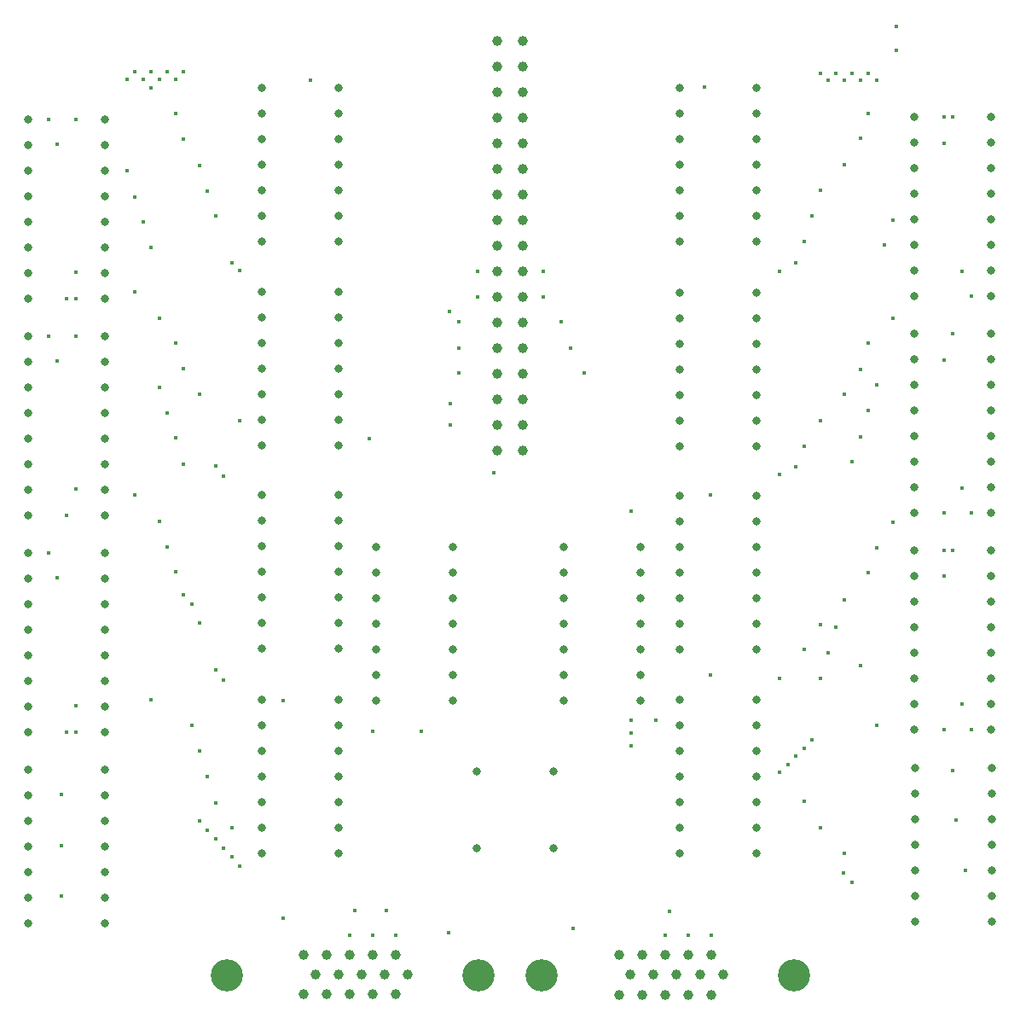
<source format=gbr>
%TF.GenerationSoftware,KiCad,Pcbnew,(6.0.5)*%
%TF.CreationDate,2022-10-16T21:35:56+03:00*%
%TF.ProjectId,VGA_SCREENSYNC,5647415f-5343-4524-9545-4e53594e432e,rev?*%
%TF.SameCoordinates,Original*%
%TF.FileFunction,Plated,1,2,PTH,Drill*%
%TF.FilePolarity,Positive*%
%FSLAX46Y46*%
G04 Gerber Fmt 4.6, Leading zero omitted, Abs format (unit mm)*
G04 Created by KiCad (PCBNEW (6.0.5)) date 2022-10-16 21:35:56*
%MOMM*%
%LPD*%
G01*
G04 APERTURE LIST*
%TA.AperFunction,ViaDrill*%
%ADD10C,0.400000*%
%TD*%
%TA.AperFunction,ComponentDrill*%
%ADD11C,0.800000*%
%TD*%
%TA.AperFunction,ComponentDrill*%
%ADD12C,1.000000*%
%TD*%
%TA.AperFunction,ComponentDrill*%
%ADD13C,3.200000*%
%TD*%
G04 APERTURE END LIST*
D10*
X52500000Y-52560000D03*
X52500000Y-74060000D03*
X52500000Y-95560000D03*
X53400000Y-55060000D03*
X53400000Y-76560000D03*
X53400000Y-98060000D03*
X53800000Y-119560000D03*
X53800000Y-124660000D03*
X53800000Y-129660000D03*
X54300000Y-70360000D03*
X54300000Y-91860000D03*
X54300000Y-113360000D03*
X55200000Y-52560000D03*
X55200000Y-67760000D03*
X55200000Y-70360000D03*
X55200000Y-74060000D03*
X55200000Y-89260000D03*
X55200000Y-110760000D03*
X55200000Y-113360000D03*
X60300000Y-48560000D03*
X60300000Y-57660000D03*
X61100000Y-47860000D03*
X61100000Y-60260000D03*
X61100000Y-69660000D03*
X61100000Y-89860000D03*
X61900000Y-48560000D03*
X61900000Y-62760000D03*
X62700000Y-47860000D03*
X62700000Y-49460000D03*
X62700000Y-65260000D03*
X62700000Y-110160000D03*
X63500000Y-48560000D03*
X63500000Y-72260000D03*
X63500000Y-79160000D03*
X63500000Y-92460000D03*
X64300000Y-47860000D03*
X64300000Y-81660000D03*
X64300000Y-94960000D03*
X65100000Y-48560000D03*
X65100000Y-51960000D03*
X65100000Y-74760000D03*
X65100000Y-84160000D03*
X65100000Y-97460000D03*
X65900000Y-47860000D03*
X65900000Y-54560000D03*
X65900000Y-77260000D03*
X65900000Y-86760000D03*
X65900000Y-99760000D03*
X66700000Y-100660000D03*
X66700000Y-112660000D03*
X67500000Y-57160000D03*
X67500000Y-79860000D03*
X67500000Y-102560000D03*
X67500000Y-115260000D03*
X67500000Y-122160000D03*
X68300000Y-59660000D03*
X68300000Y-117760000D03*
X68300000Y-123060000D03*
X69100000Y-62160000D03*
X69100000Y-86960000D03*
X69100000Y-107160000D03*
X69100000Y-120360000D03*
X69100000Y-123960000D03*
X69900000Y-87960000D03*
X69900000Y-108160000D03*
X69900000Y-124860000D03*
X70700000Y-66760000D03*
X70700000Y-122860000D03*
X70700000Y-125760000D03*
X71500000Y-67560000D03*
X71500000Y-82460000D03*
X71500000Y-126660000D03*
X75800000Y-110250000D03*
X75810000Y-131850000D03*
X78510000Y-48650000D03*
X82430000Y-133550000D03*
X82910000Y-131050000D03*
X84310000Y-84250000D03*
X84710000Y-113250000D03*
X84710000Y-133550000D03*
X86010000Y-131050000D03*
X87010000Y-133550000D03*
X89510000Y-113250000D03*
X92210000Y-133250000D03*
X92310000Y-71650000D03*
X92410000Y-80750000D03*
X92410000Y-82850000D03*
X93210000Y-72650000D03*
X93210000Y-75250000D03*
X93210000Y-77750000D03*
X95110000Y-67650000D03*
X95110000Y-70150000D03*
X96710000Y-87650000D03*
X101610000Y-67650000D03*
X101610000Y-70150000D03*
X103410000Y-72650000D03*
X104310000Y-75250000D03*
X104610000Y-132850000D03*
X105710000Y-77750000D03*
X110310000Y-91450000D03*
X110310000Y-112150000D03*
X110310000Y-113450000D03*
X110310000Y-114750000D03*
X112810000Y-112150000D03*
X113725000Y-133550000D03*
X114110000Y-131150000D03*
X116015000Y-133550000D03*
X117610000Y-49350000D03*
X118210000Y-89850000D03*
X118210000Y-107650000D03*
X118310000Y-133550000D03*
X125100000Y-67660000D03*
X125100000Y-87760000D03*
X125100000Y-108060000D03*
X125100000Y-117360000D03*
X125900000Y-116560000D03*
X126700000Y-66760000D03*
X126700000Y-87060000D03*
X126700000Y-115760000D03*
X127500000Y-64660000D03*
X127500000Y-84960000D03*
X127500000Y-105160000D03*
X127500000Y-114960000D03*
X127500000Y-120260000D03*
X128300000Y-62160000D03*
X128300000Y-114160000D03*
X129100000Y-47960000D03*
X129100000Y-59560000D03*
X129100000Y-82460000D03*
X129100000Y-102660000D03*
X129100000Y-108030000D03*
X129100000Y-122860000D03*
X129900000Y-48660000D03*
X129900000Y-105530000D03*
X130700000Y-47960000D03*
X130700000Y-102930000D03*
X131400000Y-127360000D03*
X131500000Y-48660000D03*
X131500000Y-57060000D03*
X131500000Y-79860000D03*
X131500000Y-100260000D03*
X131500000Y-125360000D03*
X132300000Y-47960000D03*
X132300000Y-86530000D03*
X132300000Y-128260000D03*
X133100000Y-48660000D03*
X133100000Y-54460000D03*
X133100000Y-77360000D03*
X133100000Y-84030000D03*
X133100000Y-106760000D03*
X133900000Y-47960000D03*
X133900000Y-51960000D03*
X133900000Y-74760000D03*
X133900000Y-81430000D03*
X133900000Y-97560000D03*
X134700000Y-48660000D03*
X134700000Y-78930000D03*
X134700000Y-95060000D03*
X134700000Y-112660000D03*
X135500000Y-65030000D03*
X136300000Y-62530000D03*
X136300000Y-72260000D03*
X136300000Y-92560000D03*
X136710000Y-43350000D03*
X136710000Y-45750000D03*
X141400000Y-52310000D03*
X141400000Y-54910000D03*
X141400000Y-76410000D03*
X141400000Y-91610000D03*
X141400000Y-95310000D03*
X141400000Y-97910000D03*
X141400000Y-113110000D03*
X142300000Y-52310000D03*
X142300000Y-73810000D03*
X142300000Y-95310000D03*
X142300000Y-117140000D03*
X142610000Y-122050000D03*
X143200000Y-67610000D03*
X143200000Y-89110000D03*
X143200000Y-110610000D03*
X143510000Y-127060000D03*
X144100000Y-70110000D03*
X144100000Y-91610000D03*
X144100000Y-113110000D03*
D11*
%TO.C,74LS161*%
X50500000Y-52560000D03*
X50500000Y-55100000D03*
X50500000Y-57640000D03*
X50500000Y-60180000D03*
X50500000Y-62720000D03*
X50500000Y-65260000D03*
X50500000Y-67800000D03*
X50500000Y-70340000D03*
X50500000Y-74060000D03*
X50500000Y-76600000D03*
X50500000Y-79140000D03*
X50500000Y-81680000D03*
X50500000Y-84220000D03*
X50500000Y-86760000D03*
X50500000Y-89300000D03*
X50500000Y-91840000D03*
X50500000Y-95560000D03*
X50500000Y-98100000D03*
X50500000Y-100640000D03*
X50500000Y-103180000D03*
X50500000Y-105720000D03*
X50500000Y-108260000D03*
X50500000Y-110800000D03*
X50500000Y-113340000D03*
%TO.C,74LS04*%
X50500000Y-117060000D03*
X50500000Y-119600000D03*
X50500000Y-122140000D03*
X50500000Y-124680000D03*
X50500000Y-127220000D03*
X50500000Y-129760000D03*
X50500000Y-132300000D03*
%TO.C,74LS161*%
X58120000Y-52560000D03*
X58120000Y-55100000D03*
X58120000Y-57640000D03*
X58120000Y-60180000D03*
X58120000Y-62720000D03*
X58120000Y-65260000D03*
X58120000Y-67800000D03*
X58120000Y-70340000D03*
X58120000Y-74060000D03*
X58120000Y-76600000D03*
X58120000Y-79140000D03*
X58120000Y-81680000D03*
X58120000Y-84220000D03*
X58120000Y-86760000D03*
X58120000Y-89300000D03*
X58120000Y-91840000D03*
X58120000Y-95560000D03*
X58120000Y-98100000D03*
X58120000Y-100640000D03*
X58120000Y-103180000D03*
X58120000Y-105720000D03*
X58120000Y-108260000D03*
X58120000Y-110800000D03*
X58120000Y-113340000D03*
%TO.C,74LS04*%
X58120000Y-117060000D03*
X58120000Y-119600000D03*
X58120000Y-122140000D03*
X58120000Y-124680000D03*
X58120000Y-127220000D03*
X58120000Y-129760000D03*
X58120000Y-132300000D03*
%TO.C,74LS30*%
X73700000Y-49460000D03*
X73700000Y-52000000D03*
X73700000Y-54540000D03*
X73700000Y-57080000D03*
X73700000Y-59620000D03*
X73700000Y-62160000D03*
X73700000Y-64700000D03*
X73700000Y-69660000D03*
X73700000Y-72200000D03*
X73700000Y-74740000D03*
X73700000Y-77280000D03*
X73700000Y-79820000D03*
X73700000Y-82360000D03*
X73700000Y-84900000D03*
X73700000Y-89860000D03*
X73700000Y-92400000D03*
X73700000Y-94940000D03*
X73700000Y-97480000D03*
X73700000Y-100020000D03*
X73700000Y-102560000D03*
X73700000Y-105100000D03*
X73700000Y-110160000D03*
X73700000Y-112700000D03*
X73700000Y-115240000D03*
X73700000Y-117780000D03*
X73700000Y-120320000D03*
X73700000Y-122860000D03*
X73700000Y-125400000D03*
X81320000Y-49460000D03*
X81320000Y-52000000D03*
X81320000Y-54540000D03*
X81320000Y-57080000D03*
X81320000Y-59620000D03*
X81320000Y-62160000D03*
X81320000Y-64700000D03*
X81320000Y-69660000D03*
X81320000Y-72200000D03*
X81320000Y-74740000D03*
X81320000Y-77280000D03*
X81320000Y-79820000D03*
X81320000Y-82360000D03*
X81320000Y-84900000D03*
X81320000Y-89860000D03*
X81320000Y-92400000D03*
X81320000Y-94940000D03*
X81320000Y-97480000D03*
X81320000Y-100020000D03*
X81320000Y-102560000D03*
X81320000Y-105100000D03*
X81320000Y-110160000D03*
X81320000Y-112700000D03*
X81320000Y-115240000D03*
X81320000Y-117780000D03*
X81320000Y-120320000D03*
X81320000Y-122860000D03*
X81320000Y-125400000D03*
%TO.C,74LS00*%
X85010000Y-95025000D03*
X85010000Y-97565000D03*
X85010000Y-100105000D03*
X85010000Y-102645000D03*
X85010000Y-105185000D03*
X85010000Y-107725000D03*
X85010000Y-110265000D03*
X92630000Y-95025000D03*
X92630000Y-97565000D03*
X92630000Y-100105000D03*
X92630000Y-102645000D03*
X92630000Y-105185000D03*
X92630000Y-107725000D03*
X92630000Y-110265000D03*
%TO.C,*%
X95010000Y-117250000D03*
X95010000Y-124850000D03*
X102610000Y-117250000D03*
X102610000Y-124850000D03*
%TO.C,74LS00*%
X103690000Y-94990000D03*
X103690000Y-97530000D03*
X103690000Y-100070000D03*
X103690000Y-102610000D03*
X103690000Y-105150000D03*
X103690000Y-107690000D03*
X103690000Y-110230000D03*
X111310000Y-94990000D03*
X111310000Y-97530000D03*
X111310000Y-100070000D03*
X111310000Y-102610000D03*
X111310000Y-105150000D03*
X111310000Y-107690000D03*
X111310000Y-110230000D03*
%TO.C,74LS30*%
X115180000Y-49420000D03*
X115180000Y-51960000D03*
X115180000Y-54500000D03*
X115180000Y-57040000D03*
X115180000Y-59580000D03*
X115180000Y-62120000D03*
X115180000Y-64660000D03*
X115180000Y-69720000D03*
X115180000Y-72260000D03*
X115180000Y-74800000D03*
X115180000Y-77340000D03*
X115180000Y-79880000D03*
X115180000Y-82420000D03*
X115180000Y-84960000D03*
X115180000Y-89920000D03*
X115180000Y-92460000D03*
X115180000Y-95000000D03*
X115180000Y-97540000D03*
X115180000Y-100080000D03*
X115180000Y-102620000D03*
X115180000Y-105160000D03*
X115180000Y-110120000D03*
X115180000Y-112660000D03*
X115180000Y-115200000D03*
X115180000Y-117740000D03*
X115180000Y-120280000D03*
X115180000Y-122820000D03*
X115180000Y-125360000D03*
X122800000Y-49420000D03*
X122800000Y-51960000D03*
X122800000Y-54500000D03*
X122800000Y-57040000D03*
X122800000Y-59580000D03*
X122800000Y-62120000D03*
X122800000Y-64660000D03*
X122800000Y-69720000D03*
X122800000Y-72260000D03*
X122800000Y-74800000D03*
X122800000Y-77340000D03*
X122800000Y-79880000D03*
X122800000Y-82420000D03*
X122800000Y-84960000D03*
X122800000Y-89920000D03*
X122800000Y-92460000D03*
X122800000Y-95000000D03*
X122800000Y-97540000D03*
X122800000Y-100080000D03*
X122800000Y-102620000D03*
X122800000Y-105160000D03*
X122800000Y-110120000D03*
X122800000Y-112660000D03*
X122800000Y-115200000D03*
X122800000Y-117740000D03*
X122800000Y-120280000D03*
X122800000Y-122820000D03*
X122800000Y-125360000D03*
%TO.C,74LS161*%
X138480000Y-52330000D03*
X138480000Y-54870000D03*
X138480000Y-57410000D03*
X138480000Y-59950000D03*
X138480000Y-62490000D03*
X138480000Y-65030000D03*
X138480000Y-67570000D03*
X138480000Y-70110000D03*
X138480000Y-73830000D03*
X138480000Y-76370000D03*
X138480000Y-78910000D03*
X138480000Y-81450000D03*
X138480000Y-83990000D03*
X138480000Y-86530000D03*
X138480000Y-89070000D03*
X138480000Y-91610000D03*
X138480000Y-95330000D03*
X138480000Y-97870000D03*
X138480000Y-100410000D03*
X138480000Y-102950000D03*
X138480000Y-105490000D03*
X138480000Y-108030000D03*
X138480000Y-110570000D03*
X138480000Y-113110000D03*
%TO.C,74LS04*%
X138500000Y-116930000D03*
X138500000Y-119470000D03*
X138500000Y-122010000D03*
X138500000Y-124550000D03*
X138500000Y-127090000D03*
X138500000Y-129630000D03*
X138500000Y-132170000D03*
%TO.C,74LS161*%
X146100000Y-52330000D03*
X146100000Y-54870000D03*
X146100000Y-57410000D03*
X146100000Y-59950000D03*
X146100000Y-62490000D03*
X146100000Y-65030000D03*
X146100000Y-67570000D03*
X146100000Y-70110000D03*
X146100000Y-73830000D03*
X146100000Y-76370000D03*
X146100000Y-78910000D03*
X146100000Y-81450000D03*
X146100000Y-83990000D03*
X146100000Y-86530000D03*
X146100000Y-89070000D03*
X146100000Y-91610000D03*
X146100000Y-95330000D03*
X146100000Y-97870000D03*
X146100000Y-100410000D03*
X146100000Y-102950000D03*
X146100000Y-105490000D03*
X146100000Y-108030000D03*
X146100000Y-110570000D03*
X146100000Y-113110000D03*
%TO.C,74LS04*%
X146120000Y-116930000D03*
X146120000Y-119470000D03*
X146120000Y-122010000D03*
X146120000Y-124550000D03*
X146120000Y-127090000D03*
X146120000Y-129630000D03*
X146120000Y-132170000D03*
D12*
%TO.C,VGA PORT 1*%
X77850000Y-135430000D03*
X77850000Y-139390000D03*
X78995000Y-137410000D03*
X80140000Y-135430000D03*
X80140000Y-139390000D03*
X81285000Y-137410000D03*
X82430000Y-135430000D03*
X82430000Y-139390000D03*
X83575000Y-137410000D03*
X84720000Y-135430000D03*
X84720000Y-139390000D03*
X85865000Y-137410000D03*
X87010000Y-135430000D03*
X87010000Y-139390000D03*
X88155000Y-137410000D03*
%TO.C,2x17 Connector  *%
X97070000Y-44750000D03*
X97070000Y-47290000D03*
X97070000Y-49830000D03*
X97070000Y-52370000D03*
X97070000Y-54910000D03*
X97070000Y-57450000D03*
X97070000Y-59990000D03*
X97070000Y-62530000D03*
X97070000Y-65070000D03*
X97070000Y-67610000D03*
X97070000Y-70150000D03*
X97070000Y-72690000D03*
X97070000Y-75230000D03*
X97070000Y-77770000D03*
X97070000Y-80310000D03*
X97070000Y-82850000D03*
X97070000Y-85390000D03*
X99610000Y-44750000D03*
X99610000Y-47290000D03*
X99610000Y-49830000D03*
X99610000Y-52370000D03*
X99610000Y-54910000D03*
X99610000Y-57450000D03*
X99610000Y-59990000D03*
X99610000Y-62530000D03*
X99610000Y-65070000D03*
X99610000Y-67610000D03*
X99610000Y-70150000D03*
X99610000Y-72690000D03*
X99610000Y-75230000D03*
X99610000Y-77770000D03*
X99610000Y-80310000D03*
X99610000Y-82850000D03*
X99610000Y-85390000D03*
%TO.C,VGA PORT 2*%
X109145000Y-135440000D03*
X109145000Y-139400000D03*
X110290000Y-137420000D03*
X111435000Y-135440000D03*
X111435000Y-139400000D03*
X112580000Y-137420000D03*
X113725000Y-135440000D03*
X113725000Y-139400000D03*
X114870000Y-137420000D03*
X116015000Y-135440000D03*
X116015000Y-139400000D03*
X117160000Y-137420000D03*
X118305000Y-135440000D03*
X118305000Y-139400000D03*
X119450000Y-137420000D03*
D13*
%TO.C,VGA PORT 1*%
X70195000Y-137480000D03*
X95195000Y-137480000D03*
%TO.C,VGA PORT 2*%
X101490000Y-137490000D03*
X126490000Y-137490000D03*
M02*

</source>
